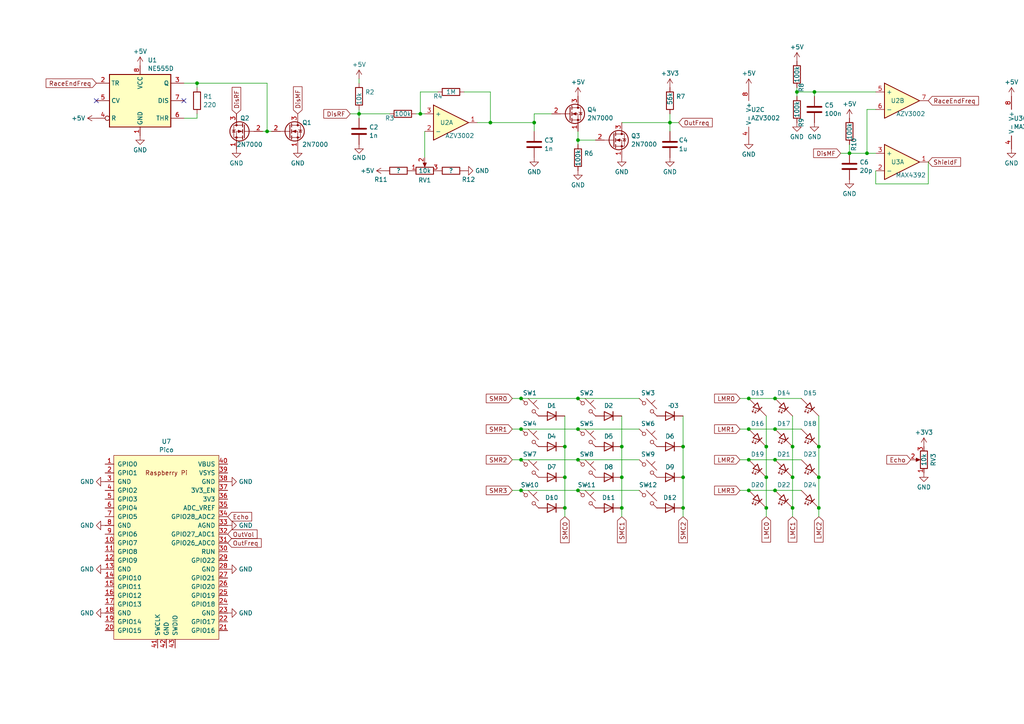
<source format=kicad_sch>
(kicad_sch (version 20231120) (generator "eeschema") (generator_version "8.0")
  (paper "A4")
  (lib_symbols
    (symbol "Device:C" (pin_numbers hide) (pin_names (offset 0.254))
      (property "Reference" "C" (at 0.635 2.54 0))
      (property "Value" "C" (at 0.635 -2.54 0))
      (symbol "C_0_1"
        (polyline (pts (xy -2.032 -0.762) (xy 2.032 -0.762)) (stroke (width 0.508)))
        (polyline (pts (xy -2.032 0.762) (xy 2.032 0.762)) (stroke (width 0.508)))
      )
      (symbol "C_1_1"
        (pin passive line (at 0 3.81 270) (length 2.794) (name "~") (number "1"))
        (pin passive line (at 0 -3.81 90) (length 2.794) (name "~") (number "2"))
      )
    )
    (symbol "Device:D" (pin_numbers hide) (pin_names (offset 1.016) hide)
      (property "Reference" "D" (at 0 2.54 0))
      (property "Value" "D" (at 0 -2.54 0))
      (symbol "D_0_1"
        (polyline (pts (xy -1.27 1.27) (xy -1.27 -1.27)) (stroke (width 0.254)))
        (polyline (pts (xy 1.27 0) (xy -1.27 0)))
        (polyline (pts (xy 1.27 1.27) (xy 1.27 -1.27) (xy -1.27 0) (xy 1.27 1.27)) (stroke (width 0.254)))
      )
      (symbol "D_1_1"
        (pin passive line (at -3.81 0 0) (length 2.54) (name "K") (number "1"))
        (pin passive line (at 3.81 0 180) (length 2.54) (name "A") (number "2"))
      )
    )
    (symbol "Device:LED_45deg" (pin_numbers hide) (pin_names (offset 0) hide)
      (property "Reference" "D" (at 1.27 2.54 0))
      (property "Value" "LED_45deg" (at 1.27 0 0))
      (symbol "LED_45deg_0_1"
        (polyline (pts (xy -1.4732 -1.4224) (xy -1.6256 -1.0668)))
        (polyline (pts (xy -0.7112 -1.7272) (xy -0.8636 -1.3716)))
        (polyline (pts (xy -0.635 0.635) (xy -2.54 2.54)))
        (polyline (pts (xy 0 -1.27) (xy 1.27 0)) (stroke (width 0.254)))
        (polyline (pts (xy 2.54 -2.54) (xy 0.635 -0.635)))
        (polyline (pts (xy -1.1176 -0.508) (xy -1.4732 -1.4224) (xy -1.1176 -1.27)))
        (polyline (pts (xy -0.3556 -0.8128) (xy -0.7112 -1.7272) (xy -0.3556 -1.5748)))
        (polyline (pts (xy -1.27 0) (xy 0 1.27) (xy 0.635 -0.635) (xy -1.27 0)) (stroke (width 0.254)))
      )
      (symbol "LED_45deg_1_1"
        (pin passive line (at 2.54 -2.54 180) (length 0) (name "K") (number "1"))
        (pin passive line (at -2.54 2.54 0) (length 0) (name "A") (number "2"))
      )
    )
    (symbol "Device:Opamp_Dual"
      (property "Reference" "U" (at 0 5.08 0))
      (property "Value" "Opamp_Dual" (at 0 -5.08 0))
      (symbol "Opamp_Dual_1_1"
        (polyline (pts (xy -5.08 5.08) (xy 5.08 0) (xy -5.08 -5.08) (xy -5.08 5.08)) (stroke (width 0.254)) (fill (type background)))
        (pin output line (at 7.62 0 180) (length 2.54) (name "~") (number "1"))
        (pin input line (at -7.62 -2.54 0) (length 2.54) (name "-") (number "2"))
        (pin input line (at -7.62 2.54 0) (length 2.54) (name "+") (number "3"))
      )
      (symbol "Opamp_Dual_2_1"
        (polyline (pts (xy -5.08 5.08) (xy 5.08 0) (xy -5.08 -5.08) (xy -5.08 5.08)) (stroke (width 0.254)) (fill (type background)))
        (pin input line (at -7.62 2.54 0) (length 2.54) (name "+") (number "5"))
        (pin input line (at -7.62 -2.54 0) (length 2.54) (name "-") (number "6"))
        (pin output line (at 7.62 0 180) (length 2.54) (name "~") (number "7"))
      )
      (symbol "Opamp_Dual_3_1"
        (pin power_in line (at -2.54 -7.62 90) (length 3.81) (name "V-") (number "4"))
        (pin power_in line (at -2.54 7.62 270) (length 3.81) (name "V+") (number "8"))
      )
    )
    (symbol "Device:R" (pin_numbers hide) (pin_names (offset 0))
      (property "Reference" "R" (at 2.032 0 90))
      (property "Value" "R" (at 0 0 90))
      (symbol "R_0_1"
        (rectangle (start -1.016 -2.54) (end 1.016 2.54) (stroke (width 0.254)))
      )
      (symbol "R_1_1"
        (pin passive line (at 0 3.81 270) (length 1.27) (name "~") (number "1"))
        (pin passive line (at 0 -3.81 90) (length 1.27) (name "~") (number "2"))
      )
    )
    (symbol "Device:R_Potentiometer" (pin_names (offset 1.016) hide)
      (property "Reference" "RV" (at -4.445 0 90))
      (property "Value" "R_Potentiometer" (at -2.54 0 90))
      (symbol "R_Potentiometer_0_1"
        (polyline (pts (xy 2.54 0) (xy 1.524 0)))
        (polyline (pts (xy 1.143 0) (xy 2.286 0.508) (xy 2.286 -0.508) (xy 1.143 0)) (fill (type outline)))
        (rectangle (start 1.016 2.54) (end -1.016 -2.54) (stroke (width 0.254)))
      )
      (symbol "R_Potentiometer_1_1"
        (pin passive line (at 0 3.81 270) (length 1.27) (name "1") (number "1"))
        (pin passive line (at 3.81 0 180) (length 1.27) (name "2") (number "2"))
        (pin passive line (at 0 -3.81 90) (length 1.27) (name "3") (number "3"))
      )
    )
    (symbol "Pico:Pico" (pin_names (offset 1.016))
      (property "Reference" "U" (at -13.97 27.94 0))
      (property "Value" "Pico" (at 0 19.05 0))
      (symbol "Pico_0_0"
        (text "Raspberry Pi" (at 0 21.59 0) (effects (font (size 1.27 1.27))))
      )
      (symbol "Pico_0_1"
        (rectangle (start -15.24 26.67) (end 15.24 -26.67) (fill (type background)))
      )
      (symbol "Pico_1_1"
        (pin bidirectional line (at -17.78 24.13 0) (length 2.54) (name "GPIO0") (number "1"))
        (pin bidirectional line (at -17.78 1.27 0) (length 2.54) (name "GPIO7") (number "10"))
        (pin bidirectional line (at -17.78 -1.27 0) (length 2.54) (name "GPIO8") (number "11"))
        (pin bidirectional line (at -17.78 -3.81 0) (length 2.54) (name "GPIO9") (number "12"))
        (pin power_in line (at -17.78 -6.35 0) (length 2.54) (name "GND") (number "13"))
        (pin bidirectional line (at -17.78 -8.89 0) (length 2.54) (name "GPIO10") (number "14"))
        (pin bidirectional line (at -17.78 -11.43 0) (length 2.54) (name "GPIO11") (number "15"))
        (pin bidirectional line (at -17.78 -13.97 0) (length 2.54) (name "GPIO12") (number "16"))
        (pin bidirectional line (at -17.78 -16.51 0) (length 2.54) (name "GPIO13") (number "17"))
        (pin power_in line (at -17.78 -19.05 0) (length 2.54) (name "GND") (number "18"))
        (pin bidirectional line (at -17.78 -21.59 0) (length 2.54) (name "GPIO14") (number "19"))
        (pin bidirectional line (at -17.78 21.59 0) (length 2.54) (name "GPIO1") (number "2"))
        (pin bidirectional line (at -17.78 -24.13 0) (length 2.54) (name "GPIO15") (number "20"))
        (pin bidirectional line (at 17.78 -24.13 180) (length 2.54) (name "GPIO16") (number "21"))
        (pin bidirectional line (at 17.78 -21.59 180) (length 2.54) (name "GPIO17") (number "22"))
        (pin power_in line (at 17.78 -19.05 180) (length 2.54) (name "GND") (number "23"))
        (pin bidirectional line (at 17.78 -16.51 180) (length 2.54) (name "GPIO18") (number "24"))
        (pin bidirectional line (at 17.78 -13.97 180) (length 2.54) (name "GPIO19") (number "25"))
        (pin bidirectional line (at 17.78 -11.43 180) (length 2.54) (name "GPIO20") (number "26"))
        (pin bidirectional line (at 17.78 -8.89 180) (length 2.54) (name "GPIO21") (number "27"))
        (pin power_in line (at 17.78 -6.35 180) (length 2.54) (name "GND") (number "28"))
        (pin bidirectional line (at 17.78 -3.81 180) (length 2.54) (name "GPIO22") (number "29"))
        (pin power_in line (at -17.78 19.05 0) (length 2.54) (name "GND") (number "3"))
        (pin input line (at 17.78 -1.27 180) (length 2.54) (name "RUN") (number "30"))
        (pin bidirectional line (at 17.78 1.27 180) (length 2.54) (name "GPIO26_ADC0") (number "31"))
        (pin bidirectional line (at 17.78 3.81 180) (length 2.54) (name "GPIO27_ADC1") (number "32"))
        (pin power_in line (at 17.78 6.35 180) (length 2.54) (name "AGND") (number "33"))
        (pin bidirectional line (at 17.78 8.89 180) (length 2.54) (name "GPIO28_ADC2") (number "34"))
        (pin unspecified line (at 17.78 11.43 180) (length 2.54) (name "ADC_VREF") (number "35"))
        (pin unspecified line (at 17.78 13.97 180) (length 2.54) (name "3V3") (number "36"))
        (pin input line (at 17.78 16.51 180) (length 2.54) (name "3V3_EN") (number "37"))
        (pin bidirectional line (at 17.78 19.05 180) (length 2.54) (name "GND") (number "38"))
        (pin unspecified line (at 17.78 21.59 180) (length 2.54) (name "VSYS") (number "39"))
        (pin bidirectional line (at -17.78 16.51 0) (length 2.54) (name "GPIO2") (number "4"))
        (pin unspecified line (at 17.78 24.13 180) (length 2.54) (name "VBUS") (number "40"))
        (pin input line (at -2.54 -29.21 90) (length 2.54) (name "SWCLK") (number "41"))
        (pin power_in line (at 0 -29.21 90) (length 2.54) (name "GND") (number "42"))
        (pin bidirectional line (at 2.54 -29.21 90) (length 2.54) (name "SWDIO") (number "43"))
        (pin bidirectional line (at -17.78 13.97 0) (length 2.54) (name "GPIO3") (number "5"))
        (pin bidirectional line (at -17.78 11.43 0) (length 2.54) (name "GPIO4") (number "6"))
        (pin bidirectional line (at -17.78 8.89 0) (length 2.54) (name "GPIO5") (number "7"))
        (pin power_in line (at -17.78 6.35 0) (length 2.54) (name "GND") (number "8"))
        (pin bidirectional line (at -17.78 3.81 0) (length 2.54) (name "GPIO6") (number "9"))
      )
    )
    (symbol "Switch:SW_Push_45deg" (pin_numbers hide) (pin_names (offset 1.016) hide)
      (property "Reference" "SW" (at 3.048 1.016 0))
      (property "Value" "SW_Push_45deg" (at 0 -3.81 0))
      (symbol "SW_Push_45deg_0_1"
        (circle (center -1.1684 1.1684) (radius 0.508))
        (polyline (pts (xy -0.508 2.54) (xy 2.54 -0.508)))
        (polyline (pts (xy 1.016 1.016) (xy 2.032 2.032)))
        (polyline (pts (xy -2.54 2.54) (xy -1.524 1.524) (xy -1.524 1.524)))
        (polyline (pts (xy 1.524 -1.524) (xy 2.54 -2.54) (xy 2.54 -2.54) (xy 2.54 -2.54)))
        (circle (center 1.143 -1.1938) (radius 0.508))
        (pin passive line (at -2.54 2.54 0) (length 0) (name "1") (number "1"))
        (pin passive line (at 2.54 -2.54 180) (length 0) (name "2") (number "2"))
      )
    )
    (symbol "Timer:NE555D"
      (property "Reference" "U" (at -10.16 8.89 0))
      (property "Value" "NE555D" (at 2.54 8.89 0))
      (symbol "NE555D_0_0"
        (pin power_in line (at 0 -10.16 90) (length 2.54) (name "GND") (number "1"))
        (pin power_in line (at 0 10.16 270) (length 2.54) (name "VCC") (number "8"))
      )
      (symbol "NE555D_0_1"
        (rectangle (start -8.89 -7.62) (end 8.89 7.62) (stroke (width 0.254)) (fill (type background)))
        (rectangle (start -8.89 -7.62) (end 8.89 7.62) (stroke (width 0.254)) (fill (type background)))
      )
      (symbol "NE555D_1_1"
        (pin input line (at -12.7 5.08 0) (length 3.81) (name "TR") (number "2"))
        (pin output line (at 12.7 5.08 180) (length 3.81) (name "Q") (number "3"))
        (pin input inverted (at -12.7 -5.08 0) (length 3.81) (name "R") (number "4"))
        (pin input line (at -12.7 0 0) (length 3.81) (name "CV") (number "5"))
        (pin input line (at 12.7 -5.08 180) (length 3.81) (name "THR") (number "6"))
        (pin input line (at 12.7 0 180) (length 3.81) (name "DIS") (number "7"))
      )
    )
    (symbol "Transistor_FET:2N7000" (pin_names hide)
      (property "Reference" "Q" (at 5.08 1.905 0))
      (property "Value" "2N7000" (at 5.08 0 0))
      (symbol "2N7000_0_1"
        (polyline (pts (xy 0.254 0) (xy -2.54 0)))
        (polyline (pts (xy 0.254 1.905) (xy 0.254 -1.905)) (stroke (width 0.254)))
        (polyline (pts (xy 0.762 -1.27) (xy 0.762 -2.286)) (stroke (width 0.254)))
        (polyline (pts (xy 0.762 0.508) (xy 0.762 -0.508)) (stroke (width 0.254)))
        (polyline (pts (xy 0.762 2.286) (xy 0.762 1.27)) (stroke (width 0.254)))
        (polyline (pts (xy 2.54 2.54) (xy 2.54 1.778)))
        (polyline (pts (xy 2.54 -2.54) (xy 2.54 0) (xy 0.762 0)))
        (polyline (pts (xy 0.762 -1.778) (xy 3.302 -1.778) (xy 3.302 1.778) (xy 0.762 1.778)))
        (polyline (pts (xy 1.016 0) (xy 2.032 0.381) (xy 2.032 -0.381) (xy 1.016 0)) (fill (type outline)))
        (polyline (pts (xy 2.794 0.508) (xy 2.921 0.381) (xy 3.683 0.381) (xy 3.81 0.254)))
        (polyline (pts (xy 3.302 0.381) (xy 2.921 -0.254) (xy 3.683 -0.254) (xy 3.302 0.381)))
        (circle (center 1.651 0) (radius 2.794) (stroke (width 0.254)))
        (circle (center 2.54 -1.778) (radius 0.254) (fill (type outline)))
        (circle (center 2.54 1.778) (radius 0.254) (fill (type outline)))
      )
      (symbol "2N7000_1_1"
        (pin passive line (at 2.54 -5.08 90) (length 2.54) (name "S") (number "1"))
        (pin input line (at -5.08 0 0) (length 2.54) (name "G") (number "2"))
        (pin passive line (at 2.54 5.08 270) (length 2.54) (name "D") (number "3"))
      )
    )
    (symbol "power:+3V3" (power) (pin_names (offset 0))
      (property "Value" "+3V3" (at 0 3.556 0))
      (symbol "+3V3_0_1"
        (polyline (pts (xy -0.762 1.27) (xy 0 2.54)))
        (polyline (pts (xy 0 0) (xy 0 2.54)))
        (polyline (pts (xy 0 2.54) (xy 0.762 1.27)))
      )
      (symbol "+3V3_1_1"
        (pin power_in line (at 0 0 90) (length 0) hide (name "+3V3") (number "1"))
      )
    )
    (symbol "power:+5V" (power) (pin_names (offset 0))
      (property "Value" "+5V" (at 0 3.556 0))
      (symbol "+5V_0_1"
        (polyline (pts (xy -0.762 1.27) (xy 0 2.54)))
        (polyline (pts (xy 0 0) (xy 0 2.54)))
        (polyline (pts (xy 0 2.54) (xy 0.762 1.27)))
      )
      (symbol "+5V_1_1"
        (pin power_in line (at 0 0 90) (length 0) hide (name "+5V") (number "1"))
      )
    )
    (symbol "power:GND" (power) (pin_names (offset 0))
      (property "Value" "GND" (at 0 -3.81 0))
      (symbol "GND_0_1"
        (polyline (pts (xy 0 0) (xy 0 -1.27) (xy 1.27 -1.27) (xy 0 -2.54) (xy -1.27 -1.27) (xy 0 -1.27)))
      )
      (symbol "GND_1_1"
        (pin power_in line (at 0 0 270) (length 0) hide (name "GND") (number "1"))
      )
    )
  )
  (junction (at 163.83 147.32))
  (junction (at 224.79 142.24))
  (junction (at 142.24 35.56))
  (junction (at 180.34 147.32))
  (junction (at 194.31 35.56))
  (junction (at 198.12 129.54))
  (junction (at 237.49 147.32))
  (junction (at 222.25 147.32))
  (junction (at 151.13 133.35))
  (junction (at 217.17 115.57))
  (junction (at 229.87 138.43))
  (junction (at 163.83 138.43))
  (junction (at 121.92 33.02))
  (junction (at 167.64 133.35))
  (junction (at 236.22 26.67))
  (junction (at 167.64 124.46))
  (junction (at 167.64 115.57))
  (junction (at 217.17 142.24))
  (junction (at 77.47 38.1))
  (junction (at 217.17 124.46))
  (junction (at 229.87 147.32))
  (junction (at 246.38 44.45))
  (junction (at 217.17 133.35))
  (junction (at 222.25 129.54))
  (junction (at 237.49 138.43))
  (junction (at 167.64 142.24))
  (junction (at 222.25 138.43))
  (junction (at 57.15 24.13))
  (junction (at 167.64 40.64))
  (junction (at 198.12 147.32))
  (junction (at 231.14 26.67))
  (junction (at 151.13 142.24))
  (junction (at 229.87 129.54))
  (junction (at 224.79 115.57))
  (junction (at 224.79 124.46))
  (junction (at 180.34 129.54))
  (junction (at 198.12 138.43))
  (junction (at 151.13 124.46))
  (junction (at 237.49 129.54))
  (junction (at 154.94 35.56))
  (junction (at 104.14 33.02))
  (junction (at 224.79 133.35))
  (junction (at 151.13 115.57))
  (junction (at 180.34 138.43))
  (junction (at 251.46 44.45))
  (junction (at 163.83 129.54))
  (no_connect (at 27.94 29.21))
  (no_connect (at 53.34 29.21))
  (wire (pts (xy 231.14 26.67) (xy 231.14 27.94)))
  (wire (pts (xy 104.14 33.02) (xy 104.14 34.29)))
  (wire (pts (xy 167.64 142.24) (xy 185.42 142.24)))
  (wire (pts (xy 148.59 133.35) (xy 151.13 133.35)))
  (wire (pts (xy 194.31 35.56) (xy 194.31 38.1)))
  (wire (pts (xy 269.24 53.34) (xy 269.24 46.99)))
  (wire (pts (xy 151.13 124.46) (xy 167.64 124.46)))
  (wire (pts (xy 243.84 44.45) (xy 246.38 44.45)))
  (wire (pts (xy 222.25 120.65) (xy 222.25 129.54)))
  (wire (pts (xy 148.59 142.24) (xy 151.13 142.24)))
  (wire (pts (xy 198.12 138.43) (xy 198.12 147.32)))
  (wire (pts (xy 224.79 115.57) (xy 232.41 115.57)))
  (wire (pts (xy 167.64 40.64) (xy 167.64 41.91)))
  (wire (pts (xy 180.34 147.32) (xy 180.34 149.86)))
  (wire (pts (xy 101.6 33.02) (xy 104.14 33.02)))
  (wire (pts (xy 151.13 133.35) (xy 167.64 133.35)))
  (wire (pts (xy 76.2 38.1) (xy 77.47 38.1)))
  (wire (pts (xy 180.34 129.54) (xy 180.34 138.43)))
  (wire (pts (xy 163.83 129.54) (xy 163.83 138.43)))
  (wire (pts (xy 237.49 138.43) (xy 237.49 147.32)))
  (wire (pts (xy 224.79 133.35) (xy 232.41 133.35)))
  (wire (pts (xy 214.63 142.24) (xy 217.17 142.24)))
  (wire (pts (xy 229.87 129.54) (xy 229.87 138.43)))
  (wire (pts (xy 254 49.53) (xy 254 53.34)))
  (wire (pts (xy 134.62 26.67) (xy 142.24 26.67)))
  (wire (pts (xy 142.24 35.56) (xy 154.94 35.56)))
  (wire (pts (xy 53.34 24.13) (xy 57.15 24.13)))
  (wire (pts (xy 214.63 115.57) (xy 217.17 115.57)))
  (wire (pts (xy 236.22 27.94) (xy 236.22 26.67)))
  (wire (pts (xy 104.14 33.02) (xy 113.03 33.02)))
  (wire (pts (xy 254 31.75) (xy 251.46 31.75)))
  (wire (pts (xy 222.25 138.43) (xy 222.25 147.32)))
  (wire (pts (xy 194.31 33.02) (xy 194.31 35.56)))
  (wire (pts (xy 148.59 115.57) (xy 151.13 115.57)))
  (wire (pts (xy 217.17 124.46) (xy 224.79 124.46)))
  (wire (pts (xy 77.47 38.1) (xy 77.47 24.13)))
  (wire (pts (xy 167.64 115.57) (xy 185.42 115.57)))
  (wire (pts (xy 104.14 22.86) (xy 104.14 24.13)))
  (wire (pts (xy 163.83 138.43) (xy 163.83 147.32)))
  (wire (pts (xy 180.34 138.43) (xy 180.34 147.32)))
  (wire (pts (xy 222.25 129.54) (xy 222.25 138.43)))
  (wire (pts (xy 217.17 133.35) (xy 224.79 133.35)))
  (wire (pts (xy 246.38 44.45) (xy 251.46 44.45)))
  (wire (pts (xy 254 53.34) (xy 269.24 53.34)))
  (wire (pts (xy 154.94 38.1) (xy 154.94 35.56)))
  (wire (pts (xy 121.92 26.67) (xy 127 26.67)))
  (wire (pts (xy 224.79 124.46) (xy 232.41 124.46)))
  (wire (pts (xy 229.87 120.65) (xy 229.87 129.54)))
  (wire (pts (xy 237.49 129.54) (xy 237.49 138.43)))
  (wire (pts (xy 237.49 147.32) (xy 237.49 149.86)))
  (wire (pts (xy 160.02 33.02) (xy 154.94 33.02)))
  (wire (pts (xy 151.13 115.57) (xy 167.64 115.57)))
  (wire (pts (xy 198.12 147.32) (xy 198.12 149.86)))
  (wire (pts (xy 167.64 40.64) (xy 172.72 40.64)))
  (wire (pts (xy 222.25 147.32) (xy 222.25 149.86)))
  (wire (pts (xy 214.63 124.46) (xy 217.17 124.46)))
  (wire (pts (xy 167.64 124.46) (xy 185.42 124.46)))
  (wire (pts (xy 251.46 44.45) (xy 254 44.45)))
  (wire (pts (xy 198.12 120.65) (xy 198.12 129.54)))
  (wire (pts (xy 246.38 41.91) (xy 246.38 44.45)))
  (wire (pts (xy 229.87 138.43) (xy 229.87 147.32)))
  (wire (pts (xy 163.83 147.32) (xy 163.83 149.86)))
  (wire (pts (xy 121.92 33.02) (xy 123.19 33.02)))
  (wire (pts (xy 57.15 24.13) (xy 57.15 25.4)))
  (wire (pts (xy 217.17 142.24) (xy 224.79 142.24)))
  (wire (pts (xy 217.17 115.57) (xy 224.79 115.57)))
  (wire (pts (xy 121.92 33.02) (xy 121.92 26.67)))
  (wire (pts (xy 120.65 33.02) (xy 121.92 33.02)))
  (wire (pts (xy 236.22 26.67) (xy 231.14 26.67)))
  (wire (pts (xy 198.12 129.54) (xy 198.12 138.43)))
  (wire (pts (xy 224.79 142.24) (xy 232.41 142.24)))
  (wire (pts (xy 142.24 35.56) (xy 138.43 35.56)))
  (wire (pts (xy 237.49 120.65) (xy 237.49 129.54)))
  (wire (pts (xy 163.83 120.65) (xy 163.83 129.54)))
  (wire (pts (xy 167.64 38.1) (xy 167.64 40.64)))
  (wire (pts (xy 154.94 33.02) (xy 154.94 35.56)))
  (wire (pts (xy 251.46 31.75) (xy 251.46 44.45)))
  (wire (pts (xy 142.24 26.67) (xy 142.24 35.56)))
  (wire (pts (xy 78.74 38.1) (xy 77.47 38.1)))
  (wire (pts (xy 167.64 133.35) (xy 185.42 133.35)))
  (wire (pts (xy 180.34 35.56) (xy 194.31 35.56)))
  (wire (pts (xy 53.34 34.29) (xy 57.15 34.29)))
  (wire (pts (xy 151.13 142.24) (xy 167.64 142.24)))
  (wire (pts (xy 104.14 31.75) (xy 104.14 33.02)))
  (wire (pts (xy 236.22 26.67) (xy 254 26.67)))
  (wire (pts (xy 180.34 120.65) (xy 180.34 129.54)))
  (wire (pts (xy 123.19 38.1) (xy 123.19 45.72)))
  (wire (pts (xy 229.87 147.32) (xy 229.87 149.86)))
  (wire (pts (xy 57.15 33.02) (xy 57.15 34.29)))
  (wire (pts (xy 231.14 26.67) (xy 231.14 25.4)))
  (wire (pts (xy 214.63 133.35) (xy 217.17 133.35)))
  (wire (pts (xy 194.31 35.56) (xy 196.85 35.56)))
  (wire (pts (xy 148.59 124.46) (xy 151.13 124.46)))
  (wire (pts (xy 77.47 24.13) (xy 57.15 24.13)))
  (global_label "SMC0" (shape input) (at 163.83 149.86 270) (property "Intersheetrefs" "${INTERSHEET_REFS}" (effects (hide yes))))
  (global_label "SMR3" (shape input) (at 148.59 142.24 180) (property "Intersheetrefs" "${INTERSHEET_REFS}" (effects (hide yes))))
  (global_label "RaceEndFreq" (shape input) (at 27.94 24.13 180) (property "Intersheetrefs" "${INTERSHEET_REFS}" (effects (hide yes))))
  (global_label "LMR0" (shape input) (at 214.63 115.57 180) (property "Intersheetrefs" "${INTERSHEET_REFS}" (effects (hide yes))))
  (global_label "LMR1" (shape input) (at 214.63 124.46 180) (property "Intersheetrefs" "${INTERSHEET_REFS}" (effects (hide yes))))
  (global_label "Echo" (shape input) (at 66.04 149.86 0) (property "Intersheetrefs" "${INTERSHEET_REFS}" (effects (hide yes))))
  (global_label "SMR2" (shape input) (at 148.59 133.35 180) (property "Intersheetrefs" "${INTERSHEET_REFS}" (effects (hide yes))))
  (global_label "RaceEndFreq" (shape input) (at 269.24 29.21 0) (property "Intersheetrefs" "${INTERSHEET_REFS}" (effects (hide yes))))
  (global_label "LMR3" (shape input) (at 214.63 142.24 180) (property "Intersheetrefs" "${INTERSHEET_REFS}" (effects (hide yes))))
  (global_label "LMR2" (shape input) (at 214.63 133.35 180) (property "Intersheetrefs" "${INTERSHEET_REFS}" (effects (hide yes))))
  (global_label "OutFreq" (shape input) (at 196.85 35.56 0) (property "Intersheetrefs" "${INTERSHEET_REFS}" (effects (hide yes))))
  (global_label "LMC1" (shape input) (at 229.87 149.86 270) (property "Intersheetrefs" "${INTERSHEET_REFS}" (effects (hide yes))))
  (global_label "DisMF" (shape input) (at 86.36 33.02 90) (property "Intersheetrefs" "${INTERSHEET_REFS}" (effects (hide yes))))
  (global_label "DisRF" (shape input) (at 101.6 33.02 180) (property "Intersheetrefs" "${INTERSHEET_REFS}" (effects (hide yes))))
  (global_label "SMR0" (shape input) (at 148.59 115.57 180) (property "Intersheetrefs" "${INTERSHEET_REFS}" (effects (hide yes))))
  (global_label "SMC1" (shape input) (at 180.34 149.86 270) (property "Intersheetrefs" "${INTERSHEET_REFS}" (effects (hide yes))))
  (global_label "OutVol" (shape input) (at 66.04 154.94 0) (property "Intersheetrefs" "${INTERSHEET_REFS}" (effects (hide yes))))
  (global_label "SMC2" (shape input) (at 198.12 149.86 270) (property "Intersheetrefs" "${INTERSHEET_REFS}" (effects (hide yes))))
  (global_label "DisRF" (shape input) (at 68.58 33.02 90) (property "Intersheetrefs" "${INTERSHEET_REFS}" (effects (hide yes))))
  (global_label "SMR1" (shape input) (at 148.59 124.46 180) (property "Intersheetrefs" "${INTERSHEET_REFS}" (effects (hide yes))))
  (global_label "OutFreq" (shape input) (at 66.04 157.48 0) (property "Intersheetrefs" "${INTERSHEET_REFS}" (effects (hide yes))))
  (global_label "ShieldF" (shape input) (at 269.24 46.99 0) (property "Intersheetrefs" "${INTERSHEET_REFS}" (effects (hide yes))))
  (global_label "DisMF" (shape input) (at 243.84 44.45 180) (property "Intersheetrefs" "${INTERSHEET_REFS}" (effects (hide yes))))
  (global_label "LMC0" (shape input) (at 222.25 149.86 270) (property "Intersheetrefs" "${INTERSHEET_REFS}" (effects (hide yes))))
  (global_label "Echo" (shape input) (at 264.16 133.35 180) (property "Intersheetrefs" "${INTERSHEET_REFS}" (effects (hide yes))))
  (global_label "LMC2" (shape input) (at 237.49 149.86 270) (property "Intersheetrefs" "${INTERSHEET_REFS}" (effects (hide yes))))
  (symbol (lib_id "power:GND") (at 134.62 49.53 90) (unit 1)
    (property "Reference" "#PWR025" (effects (hide yes)))
    (property "Value" "GND" (at 137.795 49.53 90) (effects (justify right)))
  )
  (symbol (lib_id "Device:C") (at 246.38 48.26 0) (unit 1)
    (property "Reference" "C6" (at 249.301 47.0479 0) (effects (justify left)))
    (property "Value" "20p" (at 249.301 49.4721 0) (effects (justify left)))
    (property "Footprint" "Capacitor_THT:C_Disc_D4.3mm_W1.9mm_P5.00mm" (effects (hide yes)))
  )
  (symbol (lib_id "Device:R") (at 104.14 27.94 0) (unit 1)
    (property "Reference" "R2" (at 105.918 26.7279 0) (effects (justify left)))
    (property "Value" "10k" (at 104.14 30.48 90) (effects (justify left)))
    (property "Footprint" "Resistor_THT:R_Axial_DIN0207_L6.3mm_D2.5mm_P10.16mm_Horizontal" (effects (hide yes)))
  )
  (symbol (lib_id "Device:C") (at 104.14 38.1 0) (unit 1)
    (property "Reference" "C2" (at 107.061 36.8879 0) (effects (justify left)))
    (property "Value" "1n" (at 107.061 39.3121 0) (effects (justify left)))
    (property "Footprint" "Capacitor_THT:C_Disc_D4.3mm_W1.9mm_P5.00mm" (effects (hide yes)))
  )
  (symbol (lib_id "power:GND") (at 267.97 137.16 0) (unit 1)
    (property "Reference" "#PWR058" (effects (hide yes)))
    (property "Value" "GND" (at 267.97 141.2931 0))
  )
  (symbol (lib_id "power:GND") (at 154.94 45.72 0) (unit 1)
    (property "Reference" "#PWR09" (effects (hide yes)))
    (property "Value" "GND" (at 154.94 49.8531 0))
  )
  (symbol (lib_id "power:+5V") (at 27.94 34.29 90) (unit 1)
    (property "Reference" "#PWR01" (effects (hide yes)))
    (property "Value" "+5V" (at 24.7651 34.29 90) (effects (justify left)))
  )
  (symbol (lib_id "Device:LED_45deg") (at 219.71 144.78 0) (unit 1)
    (property "Reference" "D20" (at 219.71 140.6469 0))
    (property "Value" "~" (at 219.71 140.6469 0))
  )
  (symbol (lib_id "Switch:SW_Push_45deg") (at 170.18 118.11 0) (unit 1)
    (property "Reference" "SW2" (at 170.18 113.9769 0))
    (property "Value" "~" (at 170.18 113.9769 0))
  )
  (symbol (lib_id "Device:D") (at 160.02 120.65 180) (unit 1)
    (property "Reference" "D1" (at 160.02 117.6599 0))
    (property "Value" "~" (at 160.02 117.6599 0))
    (property "Sim.Device" "D" (effects (hide yes)))
    (property "Sim.Pins" "1=K 2=A" (effects (hide yes)))
  )
  (symbol (lib_id "power:GND") (at 167.64 49.53 0) (unit 1)
    (property "Reference" "#PWR023" (effects (hide yes)))
    (property "Value" "GND" (at 167.64 53.6631 0))
  )
  (symbol (lib_id "Switch:SW_Push_45deg") (at 170.18 135.89 0) (unit 1)
    (property "Reference" "SW8" (at 170.18 131.7569 0))
    (property "Value" "~" (at 170.18 131.7569 0))
  )
  (symbol (lib_id "power:GND") (at 68.58 43.18 0) (unit 1)
    (property "Reference" "#PWR05" (effects (hide yes)))
    (property "Value" "GND" (at 68.58 47.3131 0))
  )
  (symbol (lib_id "power:GND") (at 231.14 35.56 0) (unit 1)
    (property "Reference" "#PWR015" (effects (hide yes)))
    (property "Value" "GND" (at 231.14 39.6931 0))
  )
  (symbol (lib_id "Device:R") (at 231.14 31.75 180) (unit 1)
    (property "Reference" "R9" (at 232.41 35.56 90))
    (property "Value" "100k" (at 231.14 31.75 90))
    (property "Footprint" "Resistor_THT:R_Axial_DIN0207_L6.3mm_D2.5mm_P10.16mm_Horizontal" (effects (hide yes)))
  )
  (symbol (lib_id "power:GND") (at 217.17 40.64 0) (unit 1)
    (property "Reference" "#PWR022" (effects (hide yes)))
    (property "Value" "GND" (at 217.17 44.7731 0))
  )
  (symbol (lib_id "Switch:SW_Push_45deg") (at 170.18 144.78 0) (unit 1)
    (property "Reference" "SW11" (at 170.18 140.6469 0))
    (property "Value" "~" (at 170.18 140.6469 0))
  )
  (symbol (lib_id "Device:Opamp_Dual") (at 261.62 29.21 0) (unit 2)
    (property "Reference" "U2" (at 260.35 29.21 0))
    (property "Value" "AZV3002" (at 264.16 33.02 0))
    (property "Footprint" "Package_DIP:DIP-8_W7.62mm" (effects (hide yes)))
  )
  (symbol (lib_id "power:GND") (at 86.36 43.18 0) (unit 1)
    (property "Reference" "#PWR06" (effects (hide yes)))
    (property "Value" "GND" (at 86.36 47.3131 0))
  )
  (symbol (lib_id "power:GND") (at 180.34 45.72 0) (unit 1)
    (property "Reference" "#PWR010" (effects (hide yes)))
    (property "Value" "GND" (at 180.34 49.8531 0))
  )
  (symbol (lib_id "Device:LED_45deg") (at 219.71 127 0) (unit 1)
    (property "Reference" "D16" (at 219.71 122.8669 0))
    (property "Value" "~" (at 219.71 122.8669 0))
  )
  (symbol (lib_id "Device:R") (at 194.31 29.21 0) (unit 1)
    (property "Reference" "R7" (at 196.088 27.9979 0) (effects (justify left)))
    (property "Value" "56k" (at 194.31 30.48 90) (effects (justify left)))
    (property "Footprint" "Resistor_THT:R_Axial_DIN0207_L6.3mm_D2.5mm_P10.16mm_Horizontal" (effects (hide yes)))
  )
  (symbol (lib_id "Device:R") (at 130.81 49.53 90) (unit 1)
    (property "Reference" "R12" (at 135.89 52.07 90))
    (property "Value" "?" (at 130.81 49.53 90))
    (property "Footprint" "Resistor_THT:R_Axial_DIN0207_L6.3mm_D2.5mm_P10.16mm_Horizontal" (effects (hide yes)))
  )
  (symbol (lib_id "Device:D") (at 194.31 129.54 180) (unit 1)
    (property "Reference" "D6" (at 194.31 126.5499 0))
    (property "Value" "~" (at 194.31 126.5499 0))
    (property "Sim.Device" "D" (effects (hide yes)))
    (property "Sim.Pins" "1=K 2=A" (effects (hide yes)))
  )
  (symbol (lib_id "Device:D") (at 176.53 120.65 180) (unit 1)
    (property "Reference" "D2" (at 176.53 117.6599 0))
    (property "Value" "~" (at 176.53 117.6599 0))
    (property "Sim.Device" "D" (effects (hide yes)))
    (property "Sim.Pins" "1=K 2=A" (effects (hide yes)))
  )
  (symbol (lib_id "Device:D") (at 160.02 147.32 180) (unit 1)
    (property "Reference" "D10" (at 160.02 144.3299 0))
    (property "Value" "~" (at 160.02 144.3299 0))
    (property "Sim.Device" "D" (effects (hide yes)))
    (property "Sim.Pins" "1=K 2=A" (effects (hide yes)))
  )
  (symbol (lib_id "Switch:SW_Push_45deg") (at 187.96 118.11 0) (unit 1)
    (property "Reference" "SW3" (at 187.96 113.9769 0))
    (property "Value" "~" (at 187.96 113.9769 0))
  )
  (symbol (lib_id "Device:R") (at 130.81 26.67 90) (unit 1)
    (property "Reference" "R4" (at 127 27.94 90))
    (property "Value" "1M" (at 130.81 26.67 90))
    (property "Footprint" "Resistor_THT:R_Axial_DIN0207_L6.3mm_D2.5mm_P10.16mm_Horizontal" (effects (hide yes)))
  )
  (symbol (lib_id "power:+5V") (at 104.14 22.86 0) (unit 1)
    (property "Reference" "#PWR07" (effects (hide yes)))
    (property "Value" "+5V" (at 104.14 18.7269 0))
  )
  (symbol (lib_id "power:GND") (at 30.48 139.7 270) (unit 1)
    (property "Reference" "#PWR056" (effects (hide yes)))
    (property "Value" "GND" (at 27.3051 139.7 90) (effects (justify right)))
  )
  (symbol (lib_id "Device:R") (at 231.14 21.59 180) (unit 1)
    (property "Reference" "R8" (at 232.41 25.4 90))
    (property "Value" "100k" (at 231.14 21.59 90))
    (property "Footprint" "Resistor_THT:R_Axial_DIN0207_L6.3mm_D2.5mm_P10.16mm_Horizontal" (effects (hide yes)))
  )
  (symbol (lib_id "Transistor_FET:2N7000") (at 165.1 33.02 0) (unit 1)
    (property "Reference" "Q4" (at 170.307 31.8079 0) (effects (justify left)))
    (property "Value" "2N7000" (at 170.307 34.2321 0) (effects (justify left)))
    (property "Footprint" "Package_TO_SOT_THT:TO-92_Inline_Wide" (effects (hide yes)))
    (property "Datasheet" "https://www.vishay.com/docs/70226/70226.pdf" (effects (hide yes)))
  )
  (symbol (lib_id "power:+5V") (at 231.14 17.78 0) (unit 1)
    (property "Reference" "#PWR014" (effects (hide yes)))
    (property "Value" "+5V" (at 231.14 13.6469 0))
  )
  (symbol (lib_id "power:GND") (at 236.22 35.56 0) (unit 1)
    (property "Reference" "#PWR016" (effects (hide yes)))
    (property "Value" "GND" (at 236.22 39.6931 0))
  )
  (symbol (lib_id "power:+5V") (at 167.64 27.94 0) (unit 1)
    (property "Reference" "#PWR011" (effects (hide yes)))
    (property "Value" "+5V" (at 167.64 23.8069 0))
  )
  (symbol (lib_id "power:GND") (at 30.48 177.8 270) (unit 1)
    (property "Reference" "#PWR053" (effects (hide yes)))
    (property "Value" "GND" (at 27.3051 177.8 90) (effects (justify right)))
  )
  (symbol (lib_id "Device:R_Potentiometer") (at 267.97 133.35 180) (unit 1)
    (property "Reference" "RV3" (at 270.7061 133.35 90))
    (property "Value" "10k" (at 267.97 133.35 90))
  )
  (symbol (lib_id "Device:LED_45deg") (at 234.95 135.89 0) (unit 1)
    (property "Reference" "D23" (at 234.95 131.7569 0))
    (property "Value" "~" (at 234.95 131.7569 0))
  )
  (symbol (lib_id "Device:D") (at 194.31 138.43 180) (unit 1)
    (property "Reference" "D9" (at 194.31 135.4399 0))
    (property "Value" "~" (at 194.31 135.4399 0))
    (property "Sim.Device" "D" (effects (hide yes)))
    (property "Sim.Pins" "1=K 2=A" (effects (hide yes)))
  )
  (symbol (lib_id "Device:LED_45deg") (at 219.71 135.89 0) (unit 1)
    (property "Reference" "D19" (at 219.71 131.7569 0))
    (property "Value" "~" (at 219.71 131.7569 0))
  )
  (symbol (lib_id "power:GND") (at 293.37 43.18 0) (unit 1)
    (property "Reference" "#PWR020" (effects (hide yes)))
    (property "Value" "GND" (at 293.37 47.3131 0))
  )
  (symbol (lib_id "power:GND") (at 30.48 152.4 270) (unit 1)
    (property "Reference" "#PWR055" (effects (hide yes)))
    (property "Value" "GND" (at 27.3051 152.4 90) (effects (justify right)))
  )
  (symbol (lib_id "Device:Opamp_Dual") (at 219.71 33.02 0) (unit 3)
    (property "Reference" "U2" (at 217.805 31.8079 0) (effects (justify left)))
    (property "Value" "AZV3002" (at 217.805 34.2321 0) (effects (justify left)))
    (property "Footprint" "Package_DIP:DIP-8_W7.62mm" (effects (hide yes)))
  )
  (symbol (lib_id "Device:Opamp_Dual") (at 295.91 35.56 0) (unit 3)
    (property "Reference" "U3" (at 294.005 34.3479 0) (effects (justify left)))
    (property "Value" "MAX4392" (at 294.005 36.7721 0) (effects (justify left)))
    (property "Footprint" "Package_DIP:DIP-8_W7.62mm" (effects (hide yes)))
  )
  (symbol (lib_id "Device:D") (at 160.02 138.43 180) (unit 1)
    (property "Reference" "D7" (at 160.02 135.4399 0))
    (property "Value" "~" (at 160.02 135.4399 0))
    (property "Sim.Device" "D" (effects (hide yes)))
    (property "Sim.Pins" "1=K 2=A" (effects (hide yes)))
  )
  (symbol (lib_id "Device:LED_45deg") (at 227.33 118.11 0) (unit 1)
    (property "Reference" "D14" (at 227.33 113.9769 0))
    (property "Value" "~" (at 227.33 113.9769 0))
  )
  (symbol (lib_id "Timer:NE555D") (at 40.64 29.21 0) (unit 1)
    (property "Reference" "U1" (at 42.8341 17.4457 0) (effects (justify left)))
    (property "Value" "NE555D" (at 42.8341 19.8699 0) (effects (justify left)))
    (property "Footprint" "Package_DIP:DIP-8_W7.62mm" (effects (hide yes)))
    (property "Datasheet" "http://www.ti.com/lit/ds/symlink/ne555.pdf" (effects (hide yes)))
  )
  (symbol (lib_id "power:+5V") (at 293.37 27.94 0) (unit 1)
    (property "Reference" "#PWR019" (effects (hide yes)))
    (property "Value" "+5V" (at 293.37 23.8069 0))
  )
  (symbol (lib_id "Device:D") (at 176.53 129.54 180) (unit 1)
    (property "Reference" "D5" (at 176.53 126.5499 0))
    (property "Value" "~" (at 176.53 126.5499 0))
    (property "Sim.Device" "D" (effects (hide yes)))
    (property "Sim.Pins" "1=K 2=A" (effects (hide yes)))
  )
  (symbol (lib_id "Device:D") (at 160.02 129.54 180) (unit 1)
    (property "Reference" "D4" (at 160.02 126.5499 0))
    (property "Value" "~" (at 160.02 126.5499 0))
    (property "Sim.Device" "D" (effects (hide yes)))
    (property "Sim.Pins" "1=K 2=A" (effects (hide yes)))
  )
  (symbol (lib_id "Switch:SW_Push_45deg") (at 153.67 127 0) (unit 1)
    (property "Reference" "SW4" (at 153.67 122.8669 0))
    (property "Value" "~" (at 153.67 122.8669 0))
  )
  (symbol (lib_id "Device:C") (at 154.94 41.91 0) (unit 1)
    (property "Reference" "C3" (at 157.861 40.6978 0) (effects (justify left)))
    (property "Value" "1n" (at 157.861 43.1221 0) (effects (justify left)))
    (property "Footprint" "Capacitor_THT:C_Disc_D4.3mm_W1.9mm_P5.00mm" (effects (hide yes)))
  )
  (symbol (lib_id "Switch:SW_Push_45deg") (at 187.96 144.78 0) (unit 1)
    (property "Reference" "SW12" (at 187.96 140.6469 0))
    (property "Value" "~" (at 187.96 140.6469 0))
  )
  (symbol (lib_id "power:+5V") (at 217.17 25.4 0) (unit 1)
    (property "Reference" "#PWR021" (effects (hide yes)))
    (property "Value" "+5V" (at 217.17 21.2669 0))
  )
  (symbol (lib_id "Device:D") (at 194.31 120.65 180) (unit 1)
    (property "Reference" "D3" (at 195.58 117.6599 0))
    (property "Value" "~" (at 194.31 117.6599 0))
    (property "Sim.Device" "D" (effects (hide yes)))
    (property "Sim.Pins" "1=K 2=A" (effects (hide yes)))
  )
  (symbol (lib_id "Switch:SW_Push_45deg") (at 153.67 144.78 0) (unit 1)
    (property "Reference" "SW10" (at 153.67 140.6469 0))
    (property "Value" "~" (at 153.67 140.6469 0))
  )
  (symbol (lib_id "power:+5V") (at 111.76 49.53 90) (unit 1)
    (property "Reference" "#PWR024" (effects (hide yes)))
    (property "Value" "+5V" (at 108.5851 49.53 90) (effects (justify left)))
  )
  (symbol (lib_id "power:+5V") (at 40.64 19.05 0) (unit 1)
    (property "Reference" "#PWR02" (effects (hide yes)))
    (property "Value" "+5V" (at 40.64 14.9169 0))
  )
  (symbol (lib_id "Transistor_FET:2N7000") (at 71.12 38.1 0) (mirror y) (unit 1)
    (property "Reference" "Q2" (at 72.39 34.29 0) (effects (justify left)))
    (property "Value" "2N7000" (at 76.2 41.91 0) (effects (justify left)))
    (property "Footprint" "Package_TO_SOT_THT:TO-92_Inline_Wide" (effects (hide yes)))
    (property "Datasheet" "https://www.vishay.com/docs/70226/70226.pdf" (effects (hide yes)))
  )
  (symbol (lib_id "power:GND") (at 40.64 39.37 0) (unit 1)
    (property "Reference" "#PWR03" (effects (hide yes)))
    (property "Value" "GND" (at 40.64 43.5031 0))
  )
  (symbol (lib_id "Transistor_FET:2N7000") (at 177.8 40.64 0) (unit 1)
    (property "Reference" "Q3" (at 183.007 39.4279 0) (effects (justify left)))
    (property "Value" "2N7000" (at 183.007 41.8521 0) (effects (justify left)))
    (property "Footprint" "Package_TO_SOT_THT:TO-92_Inline_Wide" (effects (hide yes)))
    (property "Datasheet" "https://www.vishay.com/docs/70226/70226.pdf" (effects (hide yes)))
  )
  (symbol (lib_id "Device:LED_45deg") (at 219.71 118.11 0) (unit 1)
    (property "Reference" "D13" (at 219.71 113.9769 0))
    (property "Value" "~" (at 219.71 113.9769 0))
  )
  (symbol (lib_id "Switch:SW_Push_45deg") (at 187.96 127 0) (unit 1)
    (property "Reference" "SW6" (at 187.96 122.8669 0))
    (property "Value" "~" (at 187.96 122.8669 0))
  )
  (symbol (lib_id "Device:Opamp_Dual") (at 261.62 46.99 0) (unit 1)
    (property "Reference" "U3" (at 260.35 46.99 0))
    (property "Value" "MAX4392" (at 264.16 50.8 0))
    (property "Footprint" "Package_DIP:DIP-8_W7.62mm" (effects (hide yes)))
  )
  (symbol (lib_id "Switch:SW_Push_45deg") (at 187.96 135.89 0) (unit 1)
    (property "Reference" "SW9" (at 187.96 131.7569 0))
    (property "Value" "~" (at 187.96 131.7569 0))
  )
  (symbol (lib_id "Switch:SW_Push_45deg") (at 170.18 127 0) (unit 1)
    (property "Reference" "SW5" (at 170.18 122.8669 0))
    (property "Value" "~" (at 170.18 122.8669 0))
  )
  (symbol (lib_id "power:+3V3") (at 267.97 129.54 0) (unit 1)
    (property "Reference" "#PWR057" (effects (hide yes)))
    (property "Value" "+3V3" (at 267.97 125.4069 0))
  )
  (symbol (lib_id "Device:LED_45deg") (at 227.33 127 0) (unit 1)
    (property "Reference" "D17" (at 227.33 122.8669 0))
    (property "Value" "~" (at 227.33 122.8669 0))
  )
  (symbol (lib_id "Switch:SW_Push_45deg") (at 153.67 135.89 0) (unit 1)
    (property "Reference" "SW7" (at 153.67 131.7569 0))
    (property "Value" "~" (at 153.67 131.7569 0))
  )
  (symbol (lib_id "Device:LED_45deg") (at 227.33 144.78 0) (unit 1)
    (property "Reference" "D22" (at 227.33 140.6469 0))
    (property "Value" "~" (at 227.33 140.6469 0))
  )
  (symbol (lib_id "Device:R") (at 115.57 49.53 90) (unit 1)
    (property "Reference" "R11" (at 110.49 52.07 90))
    (property "Value" "?" (at 115.57 49.53 90))
    (property "Footprint" "Resistor_THT:R_Axial_DIN0207_L6.3mm_D2.5mm_P10.16mm_Horizontal" (effects (hide yes)))
  )
  (symbol (lib_id "power:GND") (at 66.04 165.1 90) (unit 1)
    (property "Reference" "#PWR051" (effects (hide yes)))
    (property "Value" "GND" (at 69.215 165.1 90) (effects (justify right)))
  )
  (symbol (lib_id "Device:D") (at 176.53 147.32 180) (unit 1)
    (property "Reference" "D11" (at 176.53 144.3299 0))
    (property "Value" "~" (at 176.53 144.3299 0))
    (property "Sim.Device" "D" (effects (hide yes)))
    (property "Sim.Pins" "1=K 2=A" (effects (hide yes)))
  )
  (symbol (lib_id "Transistor_FET:2N7000") (at 83.82 38.1 0) (unit 1)
    (property "Reference" "Q1" (at 87.63 35.56 0) (effects (justify left)))
    (property "Value" "2N7000" (at 87.63 41.91 0) (effects (justify left)))
    (property "Footprint" "Package_TO_SOT_THT:TO-92_Inline_Wide" (effects (hide yes)))
    (property "Datasheet" "https://www.vishay.com/docs/70226/70226.pdf" (effects (hide yes)))
  )
  (symbol (lib_id "Device:D") (at 176.53 138.43 180) (unit 1)
    (property "Reference" "D8" (at 176.53 135.4399 0))
    (property "Value" "~" (at 176.53 135.4399 0))
    (property "Sim.Device" "D" (effects (hide yes)))
    (property "Sim.Pins" "1=K 2=A" (effects (hide yes)))
  )
  (symbol (lib_id "power:GND") (at 66.04 139.7 90) (unit 1)
    (property "Reference" "#PWR049" (effects (hide yes)))
    (property "Value" "GND" (at 69.215 139.7 90) (effects (justify right)))
  )
  (symbol (lib_id "power:+5V") (at 246.38 34.29 0) (unit 1)
    (property "Reference" "#PWR017" (effects (hide yes)))
    (property "Value" "+5V" (at 246.38 30.1569 0))
  )
  (symbol (lib_id "power:GND") (at 246.38 52.07 0) (unit 1)
    (property "Reference" "#PWR018" (effects (hide yes)))
    (property "Value" "GND" (at 246.38 56.2031 0))
  )
  (symbol (lib_id "power:GND") (at 66.04 152.4 90) (unit 1)
    (property "Reference" "#PWR050" (effects (hide yes)))
    (property "Value" "GND" (at 69.215 152.4 90) (effects (justify right)))
  )
  (symbol (lib_id "Device:R") (at 57.15 29.21 0) (unit 1)
    (property "Reference" "R1" (at 58.928 27.9979 0) (effects (justify left)))
    (property "Value" "220" (at 58.928 30.4221 0) (effects (justify left)))
    (property "Footprint" "Resistor_THT:R_Axial_DIN0207_L6.3mm_D2.5mm_P10.16mm_Horizontal" (effects (hide yes)))
  )
  (symbol (lib_id "power:GND") (at 66.04 177.8 90) (unit 1)
    (property "Reference" "#PWR052" (effects (hide yes)))
    (property "Value" "GND" (at 69.215 177.8 90) (effects (justify right)))
  )
  (symbol (lib_id "Pico:Pico") (at 48.26 158.75 0) (unit 1)
    (property "Reference" "U7" (at 48.26 128.0627 0))
    (property "Value" "Pico" (at 48.26 130.4869 0))
    (property "Footprint" "RPi_Pico:RPi_Pico_SMD_TH" (effects (hide yes)))
  )
  (symbol (lib_id "Device:LED_45deg") (at 234.95 127 0) (unit 1)
    (property "Reference" "D18" (at 234.95 122.8669 0))
    (property "Value" "~" (at 234.95 122.8669 0))
  )
  (symbol (lib_id "Device:R_Potentiometer") (at 123.19 49.53 90) (unit 1)
    (property "Reference" "RV1" (at 123.19 52.2661 90))
    (property "Value" "10k" (at 123.19 49.53 90))
  )
  (symbol (lib_id "power:GND") (at 104.14 41.91 0) (unit 1)
    (property "Reference" "#PWR08" (effects (hide yes)))
    (property "Value" "GND" (at 104.14 45.72 0))
  )
  (symbol (lib_id "Device:C") (at 236.22 31.75 0) (unit 1)
    (property "Reference" "C5" (at 239.141 30.5379 0) (effects (justify left)))
    (property "Value" "100n" (at 239.141 32.9621 0) (effects (justify left)))
    (property "Footprint" "Capacitor_THT:C_Disc_D4.3mm_W1.9mm_P5.00mm" (effects (hide yes)))
  )
  (symbol (lib_id "power:+3V3") (at 194.31 25.4 0) (unit 1)
    (property "Reference" "#PWR012" (effects (hide yes)))
    (property "Value" "+3V3" (at 194.31 21.2669 0))
  )
  (symbol (lib_id "Device:C") (at 194.31 41.91 0) (unit 1)
    (property "Reference" "C4" (at 196.85 40.64 0) (effects (justify left)))
    (property "Value" "1u" (at 196.85 43.18 0) (effects (justify left)))
    (property "Footprint" "Capacitor_THT:C_Disc_D4.3mm_W1.9mm_P5.00mm" (effects (hide yes)))
  )
  (symbol (lib_id "Device:LED_45deg") (at 227.33 135.89 0) (unit 1)
    (property "Reference" "D21" (at 227.33 131.7569 0))
    (property "Value" "~" (at 227.33 131.7569 0))
  )
  (symbol (lib_id "Device:R") (at 246.38 38.1 180) (unit 1)
    (property "Reference" "R10" (at 247.65 41.91 90))
    (property "Value" "100k" (at 246.38 38.1 90))
    (property "Footprint" "Resistor_THT:R_Axial_DIN0207_L6.3mm_D2.5mm_P10.16mm_Horizontal" (effects (hide yes)))
  )
  (symbol (lib_id "Device:LED_45deg") (at 234.95 144.78 0) (unit 1)
    (property "Reference" "D24" (at 234.95 140.6469 0))
    (property "Value" "~" (at 234.95 140.6469 0))
  )
  (symbol (lib_id "power:GND") (at 30.48 165.1 270) (unit 1)
    (property "Reference" "#PWR054" (effects (hide yes)))
    (property "Value" "GND" (at 27.3051 165.1 90) (effects (justify right)))
  )
  (symbol (lib_id "Device:D") (at 194.31 147.32 180) (unit 1)
    (property "Reference" "D12" (at 194.31 144.3299 0))
    (property "Value" "~" (at 194.31 144.3299 0))
    (property "Sim.Device" "D" (effects (hide yes)))
    (property "Sim.Pins" "1=K 2=A" (effects (hide yes)))
  )
  (symbol (lib_id "Device:LED_45deg") (at 234.95 118.11 0) (unit 1)
    (property "Reference" "D15" (at 234.95 113.9769 0))
    (property "Value" "~" (at 234.95 113.9769 0))
  )
  (symbol (lib_id "Device:Opamp_Dual") (at 130.81 35.56 0) (unit 1)
    (property "Reference" "U2" (at 129.54 35.56 0))
    (property "Value" "AZV3002" (at 133.35 39.37 0))
    (property "Footprint" "Package_DIP:DIP-8_W7.62mm" (effects (hide yes)))
  )
  (symbol (lib_id "Device:R") (at 167.64 45.72 0) (unit 1)
    (property "Reference" "R6" (at 169.418 44.5079 0) (effects (justify left)))
    (property "Value" "100k" (at 167.64 48.26 90) (effects (justify left)))
    (property "Footprint" "Resistor_THT:R_Axial_DIN0207_L6.3mm_D2.5mm_P10.16mm_Horizontal" (effects (hide yes)))
  )
  (symbol (lib_id "Switch:SW_Push_45deg") (at 153.67 118.11 0) (unit 1)
    (property "Reference" "SW1" (at 153.67 113.9769 0))
    (property "Value" "~" (at 153.67 113.9769 0))
  )
  (symbol (lib_id "Device:R") (at 116.84 33.02 90) (unit 1)
    (property "Reference" "R3" (at 113.03 34.29 90))
    (property "Value" "100k" (at 116.84 33.02 90))
    (property "Footprint" "Resistor_THT:R_Axial_DIN0207_L6.3mm_D2.5mm_P10.16mm_Horizontal" (effects (hide yes)))
  )
  (symbol (lib_id "power:GND") (at 194.31 45.72 0) (unit 1)
    (property "Reference" "#PWR013" (effects (hide yes)))
    (property "Value" "GND" (at 194.31 49.8531 0))
  )
)
</source>
